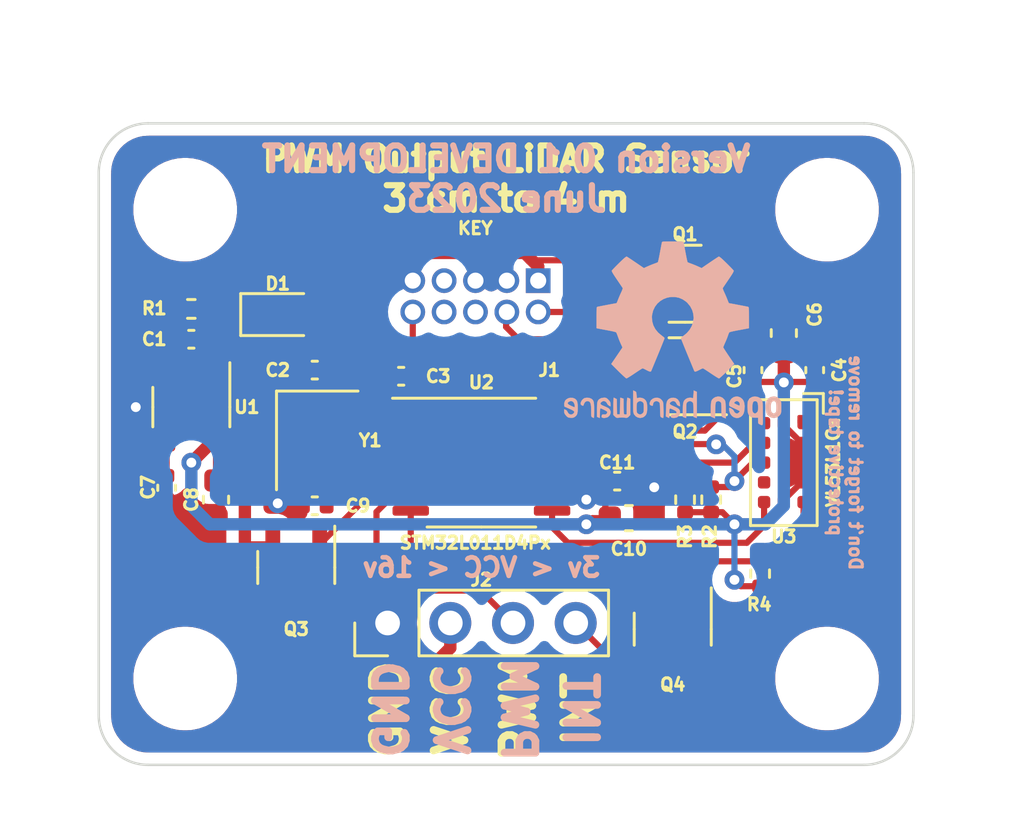
<source format=kicad_pcb>
(kicad_pcb (version 20211014) (generator pcbnew)
  (layers (0 "F.Cu" signal) (31 "B.Cu" signal) (34 "B.Paste" user) (35 "F.Paste" user) (36 "B.SilkS" user "B.Silkscreen") (37 "F.SilkS" user "F.Silkscreen") (38 "B.Mask" user) (39 "F.Mask" user) (44 "Edge.Cuts" user))
  (net 0 "")
  (net 1 "GND")
  (net 2 "RST")
  (net 3 "+3V3")
  (net 4 "+1V8")
  (net 5 "SCL")
  (net 6 "/CLK_A")
  (net 7 "/CLK_B")
  (net 8 "SWDIO")
  (net 9 "SWCLK")
  (net 10 "Net-(R1-Pad2)")
  (net 11 "SDA")
  (net 12 "SWDIO1V8")
  (net 13 "SWCLK1V8")
  (net 14 "XSHUT")
  (net 16 "INT")
  (net 17 "VCC")
  (net 18 "PWMOUT")
  (net 19 "INTOUT")
  (net 20 "INTOUT1V8")
  (net 21 "PWMOUT1V8")
  (net 22 "Net-(C7-Pad1)")
  (footprint "Capacitor_SMD:C_0402_1005Metric" (layer "F.Cu") (at 126.25 96 180)
    (fp_text reference "C2" (at 1.5 0) (layer "F.SilkS") (effects (font (size 0.5 0.5) (thickness 0.125))))
    (fp_text value "10 pF" hide)
    (pad "1" smd roundrect (at -0.48 0 180) (size 0.56 0.62) (layers "F.Cu" "F.Paste" "F.Mask") (net 1 "GND"))
    (pad "2" smd roundrect (at 0.48 0 180) (size 0.56 0.62) (layers "F.Cu" "F.Paste" "F.Mask") (net 6 "/CLK_A"))
  )
  (footprint "Capacitor_SMD:C_0402_1005Metric" (layer "F.Cu") (at 120.25 100.77 -90)
    (fp_text reference "C7" (at -0.02 0.75 90) (layer "F.SilkS") (effects (font (size 0.5 0.5) (thickness 0.125))))
    (fp_text value "10 nF" hide)
    (pad "1" smd roundrect (at -0.48 0 270) (size 0.56 0.62) (layers "F.Cu" "F.Paste" "F.Mask") (net 22 "Net-(C7-Pad1)"))
    (pad "2" smd roundrect (at 0.48 0 270) (size 0.56 0.62) (layers "F.Cu" "F.Paste" "F.Mask") (net 1 "GND"))
  )
  (footprint "Sensor_Distance:ST_VL53L1x" (layer "F.Cu") (at 145.25 99.75 -90)
    (fp_text reference "U3" (at 3 0) (layer "F.SilkS") (effects (font (size 0.5 0.5) (thickness 0.125))))
    (fp_text value "VL53L1CXV0FY1" hide)
    (pad "1" smd roundrect (at -1.74 -0.675 270) (size 0.38 0.25) (layers "F.Cu" "F.Paste" "F.Mask") (net 4 "+1V8"))
    (pad "1" smd roundrect (at -1.6 -0.8 270) (size 0.5 0.5) (layers "F.Cu" "F.Paste" "F.Mask") (net 4 "+1V8"))
    (pad "2" smd roundrect (at -0.8 -0.8 270) (size 0.5 0.5) (layers "F.Cu" "F.Paste" "F.Mask") (net 1 "GND"))
    (pad "3" smd roundrect (at 0 -0.8 270) (size 0.5 0.5) (layers "F.Cu" "F.Paste" "F.Mask") (net 1 "GND"))
    (pad "4" smd roundrect (at 0.8 -0.8 270) (size 0.5 0.5) (layers "F.Cu" "F.Paste" "F.Mask") (net 1 "GND"))
    (pad "5" smd roundrect (at 1.6 -0.8 270) (size 0.5 0.5) (layers "F.Cu" "F.Paste" "F.Mask") (net 14 "XSHUT"))
    (pad "6" smd roundrect (at 1.6 0 270) (size 0.5 0.5) (layers "F.Cu" "F.Paste" "F.Mask") (net 1 "GND"))
    (pad "7" smd roundrect (at 1.6 0.8 270) (size 0.5 0.5) (layers "F.Cu" "F.Paste" "F.Mask") (net 16 "INT"))
    (pad "8" smd roundrect (at 0.8 0.8 270) (size 0.5 0.5) (layers "F.Cu" "F.Paste" "F.Mask"))
    (pad "9" smd roundrect (at 0 0.8 270) (size 0.5 0.5) (layers "F.Cu" "F.Paste" "F.Mask") (net 11 "SDA"))
    (pad "10" smd roundrect (at -0.8 0.8 270) (size 0.5 0.5) (layers "F.Cu" "F.Paste" "F.Mask") (net 5 "SCL"))
    (pad "11" smd roundrect (at -1.6 0.8 270) (size 0.5 0.5) (layers "F.Cu" "F.Paste" "F.Mask") (net 4 "+1V8"))
    (pad "12" smd roundrect (at -1.6 0 270) (size 0.5 0.5) (layers "F.Cu" "F.Paste" "F.Mask") (net 1 "GND"))
  )
  (footprint "Connector_PinHeader_2.54mm:PinHeader_1x04_P2.54mm_Vertical" (layer "F.Cu") (at 129.2 106.25 90)
    (fp_text reference "J2" (at 1.75 3.8 180) (layer "F.SilkS") (effects (font (size 0.5 0.5) (thickness 0.125))))
    (fp_text value "Conn_01x04" hide)
    (pad "1" thru_hole rect (at 0 0 90) (size 1.7 1.7) (drill 1) (layers *.Cu *.Mask) (net 1 "GND"))
    (pad "2" thru_hole oval (at 0 2.54 90) (size 1.7 1.7) (drill 1) (layers *.Cu *.Mask) (net 17 "VCC"))
    (pad "3" thru_hole oval (at 0 5.08 90) (size 1.7 1.7) (drill 1) (layers *.Cu *.Mask) (net 18 "PWMOUT"))
    (pad "4" thru_hole oval (at 0 7.62 90) (size 1.7 1.7) (drill 1) (layers *.Cu *.Mask) (net 19 "INTOUT"))
  )
  (footprint "Resistor_SMD:R_0402_1005Metric" (layer "F.Cu") (at 142.306359 101.25 -90)
    (fp_text reference "R2" (at 1.5 0.056359 90) (layer "F.SilkS") (effects (font (size 0.5 0.5) (thickness 0.125))))
    (fp_text value "10k" hide)
    (pad "1" smd roundrect (at -0.51 0 270) (size 0.54 0.64) (layers "F.Cu" "F.Paste" "F.Mask") (net 11 "SDA"))
    (pad "2" smd roundrect (at 0.51 0 270) (size 0.54 0.64) (layers "F.Cu" "F.Paste" "F.Mask") (net 4 "+1V8"))
  )
  (footprint "Crystal:Crystal_SMD_3225-4Pin_3.2x2.5mm" (layer "F.Cu") (at 126.35 98.85 -90)
    (fp_text reference "Y1" (at 0 -2.15 180) (layer "F.SilkS") (effects (font (size 0.5 0.5) (thickness 0.125))))
    (fp_text value "16 MHz 9 pF" hide)
    (pad "1" smd rect (at -1.1 0.85 270) (size 1.4 1.2) (layers "F.Cu" "F.Paste" "F.Mask") (net 6 "/CLK_A"))
    (pad "2" smd rect (at 1.1 0.85 270) (size 1.4 1.2) (layers "F.Cu" "F.Paste" "F.Mask") (net 1 "GND"))
    (pad "3" smd rect (at 1.1 -0.85 270) (size 1.4 1.2) (layers "F.Cu" "F.Paste" "F.Mask") (net 7 "/CLK_B"))
    (pad "4" smd rect (at -1.1 -0.85 270) (size 1.4 1.2) (layers "F.Cu" "F.Paste" "F.Mask") (net 1 "GND"))
  )
  (footprint "Capacitor_SMD:C_0402_1005Metric" (layer "F.Cu") (at 146.5 96 90)
    (fp_text reference "C4" (at 0 1 90) (layer "F.SilkS") (effects (font (size 0.5 0.5) (thickness 0.125))))
    (fp_text value "0.1 uF" hide)
    (pad "1" smd roundrect (at -0.48 0 90) (size 0.56 0.62) (layers "F.Cu" "F.Paste" "F.Mask") (net 4 "+1V8"))
    (pad "2" smd roundrect (at 0.48 0 90) (size 0.56 0.62) (layers "F.Cu" "F.Paste" "F.Mask") (net 1 "GND"))
  )
  (footprint "Capacitor_SMD:C_0402_1005Metric" (layer "F.Cu") (at 144 96 90)
    (fp_text reference "C5" (at -0.25 -0.75 90) (layer "F.SilkS") (effects (font (size 0.5 0.5) (thickness 0.125))))
    (fp_text value "0.1 uF" hide)
    (pad "1" smd roundrect (at -0.48 0 90) (size 0.56 0.62) (layers "F.Cu" "F.Paste" "F.Mask") (net 4 "+1V8"))
    (pad "2" smd roundrect (at 0.48 0 90) (size 0.56 0.62) (layers "F.Cu" "F.Paste" "F.Mask") (net 1 "GND"))
  )
  (footprint "Capacitor_SMD:C_0402_1005Metric" (layer "F.Cu") (at 138.5 100.5 180)
    (fp_text reference "C11" (at 0 0.75) (layer "F.SilkS") (effects (font (size 0.5 0.5) (thickness 0.125))))
    (fp_text value "0.1 uF" hide)
    (pad "1" smd roundrect (at -0.48 0 180) (size 0.56 0.62) (layers "F.Cu" "F.Paste" "F.Mask") (net 1 "GND"))
    (pad "2" smd roundrect (at 0.48 0 180) (size 0.56 0.62) (layers "F.Cu" "F.Paste" "F.Mask") (net 4 "+1V8"))
  )
  (footprint "Capacitor_SMD:C_0402_1005Metric" (layer "F.Cu") (at 126.25 101.5 180)
    (fp_text reference "C9" (at -1.75 0) (layer "F.SilkS") (effects (font (size 0.5 0.5) (thickness 0.125))))
    (fp_text value "10 pF" hide)
    (pad "1" smd roundrect (at -0.48 0 180) (size 0.56 0.62) (layers "F.Cu" "F.Paste" "F.Mask") (net 7 "/CLK_B"))
    (pad "2" smd roundrect (at 0.48 0 180) (size 0.56 0.62) (layers "F.Cu" "F.Paste" "F.Mask") (net 1 "GND"))
  )
  (footprint "Resistor_SMD:R_0402_1005Metric" (layer "F.Cu") (at 141.25 101.25 90)
    (fp_text reference "R3" (at -1.5 0 270) (layer "F.SilkS") (effects (font (size 0.5 0.5) (thickness 0.125))))
    (fp_text value "10k" hide)
    (pad "1" smd roundrect (at -0.51 0 90) (size 0.54 0.64) (layers "F.Cu" "F.Paste" "F.Mask") (net 4 "+1V8"))
    (pad "2" smd roundrect (at 0.51 0 90) (size 0.54 0.64) (layers "F.Cu" "F.Paste" "F.Mask") (net 5 "SCL"))
  )
  (footprint "Connector_PinHeader_1.27mm:PinHeader_2x05_P1.27mm_Vertical" (layer "F.Cu") (at 135.3 92.375 -90)
    (fp_text reference "J1" (at 3.625 -0.45 180) (layer "F.SilkS") (effects (font (size 0.5 0.5) (thickness 0.125))))
    (fp_text value "Conn_02x05_Odd_Even" hide)
    (pad "1" thru_hole rect (at 0 0 270) (size 1 1) (drill 0.65) (layers *.Cu *.Mask) (net 3 "+3V3"))
    (pad "2" thru_hole oval (at 1.27 0 270) (size 1 1) (drill 0.65) (layers *.Cu *.Mask) (net 8 "SWDIO"))
    (pad "3" thru_hole oval (at 0 1.27 270) (size 1 1) (drill 0.65) (layers *.Cu *.Mask) (net 1 "GND"))
    (pad "4" thru_hole oval (at 1.27 1.27 270) (size 1 1) (drill 0.65) (layers *.Cu *.Mask) (net 9 "SWCLK"))
    (pad "5" thru_hole oval (at 0 2.54 270) (size 1 1) (drill 0.65) (layers *.Cu *.Mask) (net 1 "GND"))
    (pad "6" thru_hole oval (at 1.27 2.54 270) (size 1 1) (drill 0.65) (layers *.Cu *.Mask))
    (pad "7" thru_hole oval (at 0 3.81 270) (size 1 1) (drill 0.65) (layers *.Cu *.Mask))
    (pad "8" thru_hole oval (at 1.27 3.81 270) (size 1 1) (drill 0.65) (layers *.Cu *.Mask))
    (pad "9" thru_hole oval (at 0 5.08 270) (size 1 1) (drill 0.65) (layers *.Cu *.Mask) (net 1 "GND"))
    (pad "10" thru_hole oval (at 1.27 5.08 270) (size 1 1) (drill 0.65) (layers *.Cu *.Mask) (net 2 "RST"))
  )
  (footprint "Capacitor_SMD:C_0603_1608Metric" (layer "F.Cu") (at 138.975 102 180)
    (fp_text reference "C10" (at 0 -1.25) (layer "F.SilkS") (effects (font (size 0.5 0.5) (thickness 0.125))))
    (fp_text value "4.7 uF" hide)
    (pad "1" smd roundrect (at -0.775 0 180) (size 0.9 0.95) (layers "F.Cu" "F.Paste" "F.Mask") (net 1 "GND"))
    (pad "2" smd roundrect (at 0.775 0 180) (size 0.9 0.95) (layers "F.Cu" "F.Paste" "F.Mask") (net 4 "+1V8"))
  )
  (footprint "Capacitor_SMD:C_0402_1005Metric" (layer "F.Cu") (at 129.75 96.25)
    (fp_text reference "C3" (at 1.5 0) (layer "F.SilkS") (effects (font (size 0.5 0.5) (thickness 0.125))))
    (fp_text value "0.1 uF" hide)
    (pad "1" smd roundrect (at -0.48 0) (size 0.56 0.62) (layers "F.Cu" "F.Paste" "F.Mask") (net 1 "GND"))
    (pad "2" smd roundrect (at 0.48 0) (size 0.56 0.62) (layers "F.Cu" "F.Paste" "F.Mask") (net 2 "RST"))
  )
  (footprint "Diode_SMD:D_SOD-323F" (layer "F.Cu") (at 124.75 93.75)
    (fp_text reference "D1" (at 0 -1.25) (layer "F.SilkS") (effects (font (size 0.5 0.5) (thickness 0.125))))
    (fp_text value "D_Schottky" hide)
    (pad "1" smd rect (at -1.1 0) (size 0.5 0.5) (layers "F.Cu" "F.Paste" "F.Mask") (net 17 "VCC"))
    (pad "2" smd rect (at 1.1 0) (size 0.5 0.5) (layers "F.Cu" "F.Paste" "F.Mask") (net 3 "+3V3"))
  )
  (footprint "Capacitor_SMD:C_0603_1608Metric" (layer "F.Cu") (at 122.25 101.25 -90)
    (fp_text reference "C8" (at 0 1 90) (layer "F.SilkS") (effects (font (size 0.5 0.5) (thickness 0.125))))
    (fp_text value "4.7 uF" hide)
    (pad "1" smd roundrect (at -0.775 0 270) (size 0.9 0.95) (layers "F.Cu" "F.Paste" "F.Mask") (net 4 "+1V8"))
    (pad "2" smd roundrect (at 0.775 0 270) (size 0.9 0.95) (layers "F.Cu" "F.Paste" "F.Mask") (net 1 "GND"))
  )
  (footprint "MountingHole:MountingHole_3.2mm_M3" (layer "F.Cu") (at 121 108.5)
    (fp_text reference "REF**" hide)
    (fp_text value "MountingHole_3.2mm_M3" hide)
    (pad "" np_thru_hole circle (at 0 0) (size 3.2 3.2) (drill 3.2) (layers *.Cu *.Mask))
  )
  (footprint "MountingHole:MountingHole_3.2mm_M3" (layer "F.Cu") (at 121 89.5)
    (fp_text reference "REF**" hide)
    (fp_text value "MountingHole_3.2mm_M3" hide)
    (pad "" np_thru_hole circle (at 0 0) (size 3.2 3.2) (drill 3.2) (layers *.Cu *.Mask))
  )
  (footprint "Package_TO_SOT_SMD:SOT-23" (layer "F.Cu") (at 141.25 96.25 180)
    (fp_text reference "Q2" (at 0 -2.25) (layer "F.SilkS") (effects (font (size 0.5 0.5) (thickness 0.125))))
    (fp_text value "BSS138" hide)
    (pad "1" smd roundrect (at -0.9375 -0.95 180) (size 1.475 0.6) (layers "F.Cu" "F.Paste" "F.Mask") (net 13 "SWCLK1V8"))
    (pad "2" smd roundrect (at -0.9375 0.95 180) (size 1.475 0.6) (layers "F.Cu" "F.Paste" "F.Mask") (net 3 "+3V3"))
    (pad "3" smd roundrect (at 0.9375 0 180) (size 1.475 0.6) (layers "F.Cu" "F.Paste" "F.Mask") (net 9 "SWCLK"))
  )
  (footprint "MountingHole:MountingHole_3.2mm_M3" (layer "F.Cu") (at 147 108.5)
    (fp_text reference "REF**" hide)
    (fp_text value "MountingHole_3.2mm_M3" hide)
    (pad "" np_thru_hole circle (at 0 0) (size 3.2 3.2) (drill 3.2) (layers *.Cu *.Mask))
  )
  (footprint "Capacitor_SMD:C_0603_1608Metric" (layer "F.Cu") (at 145.25 94.5 90)
    (fp_text reference "C6" (at 0.75 1.25 90) (layer "F.SilkS") (effects (font (size 0.5 0.5) (thickness 0.125))))
    (fp_text value "4.7 uF" hide)
    (pad "1" smd roundrect (at -0.775 0 90) (size 0.9 0.95) (layers "F.Cu" "F.Paste" "F.Mask") (net 4 "+1V8"))
    (pad "2" smd roundrect (at 0.775 0 90) (size 0.9 0.95) (layers "F.Cu" "F.Paste" "F.Mask") (net 1 "GND"))
  )
  (footprint "Resistor_SMD:R_0402_1005Metric" (layer "F.Cu") (at 121.25 93.52 180)
    (fp_text reference "R1" (at 1.5 0.02) (layer "F.SilkS") (effects (font (size 0.5 0.5) (thickness 0.125))))
    (fp_text value "10k" hide)
    (pad "1" smd roundrect (at -0.51 0 180) (size 0.54 0.64) (layers "F.Cu" "F.Paste" "F.Mask") (net 17 "VCC"))
    (pad "2" smd roundrect (at 0.51 0 180) (size 0.54 0.64) (layers "F.Cu" "F.Paste" "F.Mask") (net 10 "Net-(R1-Pad2)"))
  )
  (footprint "Package_TO_SOT_SMD:SOT-23" (layer "F.Cu") (at 141.25 92.5 180)
    (fp_text reference "Q1" (at 0 2) (layer "F.SilkS") (effects (font (size 0.5 0.5) (thickness 0.125))))
    (fp_text value "BSS138" hide)
    (pad "1" smd roundrect (at -0.9375 -0.95 180) (size 1.475 0.6) (layers "F.Cu" "F.Paste" "F.Mask") (net 12 "SWDIO1V8"))
    (pad "2" smd roundrect (at -0.9375 0.95 180) (size 1.475 0.6) (layers "F.Cu" "F.Paste" "F.Mask") (net 3 "+3V3"))
    (pad "3" smd roundrect (at 0.9375 0 180) (size 1.475 0.6) (layers "F.Cu" "F.Paste" "F.Mask") (net 8 "SWDIO"))
  )
  (footprint "MountingHole:MountingHole_3.2mm_M3" (layer "F.Cu") (at 147 89.5)
    (fp_text reference "REF**" hide)
    (fp_text value "MountingHole_3.2mm_M3" hide)
    (pad "" np_thru_hole circle (at 0 0) (size 3.2 3.2) (drill 3.2) (layers *.Cu *.Mask))
  )
  (footprint "Resistor_SMD:R_0402_1005Metric" (layer "F.Cu") (at 144.29 104.25 90)
    (fp_text reference "R4" (at -1.25 -0.04 180) (layer "F.SilkS") (effects (font (size 0.5 0.5) (thickness 0.125))))
    (fp_text value "10k" hide)
    (pad "1" smd roundrect (at -0.51 0 90) (size 0.54 0.64) (layers "F.Cu" "F.Paste" "F.Mask") (net 4 "+1V8"))
    (pad "2" smd roundrect (at 0.51 0 90) (size 0.54 0.64) (layers "F.Cu" "F.Paste" "F.Mask") (net 14 "XSHUT"))
  )
  (footprint "Package_TO_SOT_SMD:SOT-23" (layer "F.Cu") (at 125.5 104 -90)
    (fp_text reference "Q3" (at 2.5 0 180) (layer "F.SilkS") (effects (font (size 0.5 0.5) (thickness 0.125))))
    (fp_text value "BSS138" hide)
    (pad "1" smd roundrect (at -0.9375 -0.95 270) (size 1.475 0.6) (layers "F.Cu" "F.Paste" "F.Mask") (net 21 "PWMOUT1V8"))
    (pad "2" smd roundrect (at -0.9375 0.95 270) (size 1.475 0.6) (layers "F.Cu" "F.Paste" "F.Mask") (net 17 "VCC"))
    (pad "3" smd roundrect (at 0.9375 0 270) (size 1.475 0.6) (layers "F.Cu" "F.Paste" "F.Mask") (net 18 "PWMOUT"))
  )
  (footprint "Package_TO_SOT_SMD:SOT-23" (layer "F.Cu") (at 140.75 106.5 -90)
    (fp_text reference "Q4" (at 2.25 0 180) (layer "F.SilkS") (effects (font (size 0.5 0.5) (thickness 0.125))))
    (fp_text value "BSS138" hide)
    (pad "1" smd roundrect (at -0.9375 -0.95 270) (size 1.475 0.6) (layers "F.Cu" "F.Paste" "F.Mask") (net 20 "INTOUT1V8"))
    (pad "2" smd roundrect (at -0.9375 0.95 270) (size 1.475 0.6) (layers "F.Cu" "F.Paste" "F.Mask") (net 17 "VCC"))
    (pad "3" smd roundrect (at 0.9375 0 270) (size 1.475 0.6) (layers "F.Cu" "F.Paste" "F.Mask") (net 19 "INTOUT"))
  )
  (footprint "Package_TO_SOT_SMD:SOT-23-5" (layer "F.Cu") (at 121.25 97.5 -90)
    (fp_text reference "U1" (at 0 -2.25 180) (layer "F.SilkS") (effects (font (size 0.5 0.5) (thickness 0.125))))
    (fp_text value "LP2985-1.8" hide)
    (pad "1" smd roundrect (at -1.1375 -0.95 270) (size 1.325 0.6) (layers "F.Cu" "F.Paste" "F.Mask") (net 17 "VCC"))
    (pad "2" smd roundrect (at -1.1375 0 270) (size 1.325 0.6) (layers "F.Cu" "F.Paste" "F.Mask") (net 1 "GND"))
    (pad "3" smd roundrect (at -1.1375 0.95 270) (size 1.325 0.6) (layers "F.Cu" "F.Paste" "F.Mask") (net 10 "Net-(R1-Pad2)"))
    (pad "4" smd roundrect (at 1.1375 0.95 270) (size 1.325 0.6) (layers "F.Cu" "F.Paste" "F.Mask") (net 22 "Net-(C7-Pad1)"))
    (pad "5" smd roundrect (at 1.1375 -0.95 270) (size 1.325 0.6) (layers "F.Cu" "F.Paste" "F.Mask") (net 4 "+1V8"))
  )
  (footprint "Package_SO:TSSOP-14_4.4x5mm_P0.65mm" (layer "F.Cu") (at 133 99.75)
    (fp_text reference "U2" (at 0 -3.25) (layer "F.SilkS") (effects (font (size 0.5 0.5) (thickness 0.125))))
    (fp_text value "STM32L011D4Px" hide)
    (pad "1" smd roundrect (at -2.8625 -1.95) (size 1.475 0.4) (layers "F.Cu" "F.Paste" "F.Mask"))
    (pad "2" smd roundrect (at -2.8625 -1.3) (size 1.475 0.4) (layers "F.Cu" "F.Paste" "F.Mask") (net 6 "/CLK_A"))
    (pad "3" smd roundrect (at -2.8625 -0.65) (size 1.475 0.4) (layers "F.Cu" "F.Paste" "F.Mask") (net 7 "/CLK_B"))
    (pad "4" smd roundrect (at -2.8625 0) (size 1.475 0.4) (layers "F.Cu" "F.Paste" "F.Mask") (net 2 "RST"))
    (pad "5" smd roundrect (at -2.8625 0.65) (size 1.475 0.4) (layers "F.Cu" "F.Paste" "F.Mask") (net 21 "PWMOUT1V8"))
    (pad "6" smd roundrect (at -2.8625 1.3) (size 1.475 0.4) (layers "F.Cu" "F.Paste" "F.Mask") (net 20 "INTOUT1V8"))
    (pad "7" smd roundrect (at -2.8625 1.95) (size 1.475 0.4) (layers "F.Cu" "F.Paste" "F.Mask") (net 14 "XSHUT"))
    (pad "8" smd roundrect (at 2.8625 1.95) (size 1.475 0.4) (layers "F.Cu" "F.Paste" "F.Mask") (net 16 "INT"))
    (pad "9" smd roundrect (at 2.8625 1.3) (size 1.475 0.4) (layers "F.Cu" "F.Paste" "F.Mask") (net 1 "GND"))
    (pad "10" smd roundrect (at 2.8625 0.65) (size 1.475 0.4) (layers "F.Cu" "F.Paste" "F.Mask") (net 4 "+1V8"))
    (pad "11" smd roundrect (at 2.8625 0) (size 1.475 0.4) (layers "F.Cu" "F.Paste" "F.Mask") (net 5 "SCL"))
    (pad "12" smd roundrect (at 2.8625 -0.65) (size 1.475 0.4) (layers "F.Cu" "F.Paste" "F.Mask") (net 11 "SDA"))
    (pad "13" smd roundrect (at 2.8625 -1.3) (size 1.475 0.4) (layers "F.Cu" "F.Paste" "F.Mask") (net 12 "SWDIO1V8"))
    (pad "14" smd roundrect (at 2.8625 -1.95) (size 1.475 0.4) (layers "F.Cu" "F.Paste" "F.Mask") (net 13 "SWCLK1V8"))
  )
  (footprint "Capacitor_SMD:C_0402_1005Metric" (layer "F.Cu") (at 121.25 94.75 180)
    (fp_text reference "C1" (at 1.5 0) (layer "F.SilkS") (effects (font (size 0.5 0.5) (thickness 0.125))))
    (fp_text value "1 uF" hide)
    (pad "1" smd roundrect (at -0.48 0 180) (size 0.56 0.62) (layers "F.Cu" "F.Paste" "F.Mask") (net 17 "VCC"))
    (pad "2" smd roundrect (at 0.48 0 180) (size 0.56 0.62) (layers "F.Cu" "F.Paste" "F.Mask") (net 1 "GND"))
  )
  (footprint "Symbol:OSHW-Logo2_9.8x8mm_SilkScreen" (layer "B.Cu") (at 140.75 94.5 180)
    (fp_text reference "REF**" hide)
    (fp_text value "OSHW-Logo2_9.8x8mm_SilkScreen" hide)
  )
  (gr_arc (start 148.5 86) (mid 149.914214 86.585786) (end 150.5 88) (layer "Edge.Cuts") (width 0.1))
  (gr_line (start 148.5 86) (end 119.5 86) (layer "Edge.Cuts") (width 0.1))
  (gr_arc (start 119.5 112) (mid 118.085786 111.414214) (end 117.5 110) (layer "Edge.Cuts") (width 0.1))
  (gr_line (start 119.5 112) (end 148.5 112) (layer "Edge.Cuts") (width 0.1))
  (gr_line (start 117.5 88) (end 117.5 110) (layer "Edge.Cuts") (width 0.1))
  (gr_line (start 150.5 110) (end 150.5 88) (layer "Edge.Cuts") (width 0.1))
  (gr_arc (start 117.5 88) (mid 118.085786 86.585786) (end 119.5 86) (layer "Edge.Cuts") (width 0.1))
  (gr_arc (start 150.5 110) (mid 149.914214 111.414214) (end 148.5 112) (layer "Edge.Cuts") (width 0.1))
  (gr_text "3v < VCC < 16v" (at 133 104) (layer "B.SilkS") (effects (font (size 0.75 0.75) (thickness 0.1875)) (justify mirror)))
  (gr_text "GND" (at 129.25 109.75 -90) (layer "B.SilkS") (effects (font (size 1.25 1.25) (thickness 0.3125)) (justify mirror)))
  (gr_text "PWM" (at 134.5 109.75 -90) (layer "B.SilkS") (effects (font (size 1.25 1.25) (thickness 0.3125)) (justify mirror)))
  (gr_text "Don't forget to remove\nprotective tape!" (at 147.75 99.75 -90) (layer "B.SilkS") (effects (font (size 0.5 0.5) (thickness 0.125)) (justify mirror)))
  (gr_text "INT" (at 137 109.75 -90) (layer "B.SilkS") (effects (font (size 1.25 1.25) (thickness 0.3125)) (justify mirror)))
  (gr_text "VCC" (at 131.75 109.75 -90) (layer "B.SilkS") (effects (font (size 1.25 1.25) (thickness 0.3125)) (justify mirror)))
  (gr_text "Version 0.1 DEVELOPMENT\nJune 2023" (at 134 88.25) (layer "B.SilkS") (effects (font (size 1 1) (thickness 0.25)) (justify mirror)))
  (gr_text "KEY" (at 132.75 90.25) (layer "F.SilkS") (effects (font (size 0.5 0.5) (thickness 0.125))))
  (gr_text "GND" (at 129.25 109.75 90) (layer "F.SilkS") (effects (font (size 1.25 1.25) (thickness 0.3125))))
  (gr_text "PWM" (at 134.5 109.75 90) (layer "F.SilkS") (effects (font (size 1.25 1.25) (thickness 0.3125))))
  (gr_text "INT" (at 137 109.75 90) (layer "F.SilkS") (effects (font (size 1.25 1.25) (thickness 0.3125))))
  (gr_text "STM32L011D4Px" (at 132.75 103) (layer "F.SilkS") (effects (font (size 0.5 0.5) (thickness 0.125))))
  (gr_text "PWM Output LiDAR Sensor\n3 cm to 4 m" (at 134 88.25) (layer "F.SilkS") (effects (font (size 1 1) (thickness 0.25))))
  (gr_text "VL53L1Cx" (at 147.25 99.75 90) (layer "F.SilkS") (effects (font (size 0.5 0.5) (thickness 0.125))))
  (gr_text "VCC" (at 131.75 109.75 90) (layer "F.SilkS") (effects (font (size 1.25 1.25) (thickness 0.3125))))
  (segment (start 137.05 101.05) (end 137.25 101.25) (width 0.25) (layer "F.Cu") (net 1))
  (segment (start 145.25 98.236396) (end 145.963604 98.95) (width 0.25) (layer "F.Cu") (net 1))
  (segment (start 120.496751 97.5) (end 119 97.5) (width 0.25) (layer "F.Cu") (net 1))
  (segment (start 124.75 100.7) (end 125.5 99.95) (width 0.25) (layer "F.Cu") (net 1))
  (segment (start 124.75 101.4005) (end 124.75 100.7) (width 0.25) (layer "F.Cu") (net 1))
  (segment (start 121.125 96.2375) (end 121.125 95.105) (width 0.25) (layer "F.Cu") (net 1))
  (segment (start 124.8495 101.5) (end 124.75 101.4005) (width 0.25) (layer "F.Cu") (net 1))
  (segment (start 144 94.975) (end 145.25 93.725) (width 0.25) (layer "F.Cu") (net 1))
  (segment (start 125.77 101.5) (end 124.8495 101.5) (width 0.25) (layer "F.Cu") (net 1))
  (segment (start 121.125 95.105) (end 120.77 94.75) (width 0.25) (layer "F.Cu") (net 1))
  (segment (start 121.25 96.746751) (end 120.496751 97.5) (width 0.25) (layer "F.Cu") (net 1))
  (segment (start 135.8625 101.05) (end 137.05 101.05) (width 0.25) (layer "F.Cu") (net 1))
  (segment (start 145.25 101.263604) (end 145.963604 100.55) (width 0.25) (layer "F.Cu") (net 1))
  (segment (start 144 95.52) (end 144 94.975) (width 0.25) (layer "F.Cu") (net 1))
  (via (at 137.25 101.25) (size 0.8) (drill 0.4) (layers "F.Cu" "B.Cu") (net 1))
  (via (at 119 97.5) (size 0.8) (drill 0.4) (layers "F.Cu" "B.Cu") (net 1))
  (via (at 140 100.75) (size 0.8) (drill 0.4) (layers "F.Cu" "B.Cu") (net 1))
  (via (at 124.75 101.4005) (size 0.8) (drill 0.4) (layers "F.Cu" "B.Cu") (net 1))
  (segment (start 131.25 99.326041) (end 130.826041 99.75) (width 0.25) (layer "F.Cu") (net 2))
  (segment (start 131.25 97.27) (end 131.25 99.326041) (width 0.25) (layer "F.Cu") (net 2))
  (segment (start 130.826041 99.75) (end 130.1375 99.75) (width 0.25) (layer "F.Cu") (net 2))
  (segment (start 130.23 96.25) (end 131.25 97.27) (width 0.25) (layer "F.Cu") (net 2))
  (segment (start 130.22 93.645) (end 130.22 96.24) (width 0.25) (layer "F.Cu") (net 2))
  (segment (start 142.1875 91.55) (end 135.05 91.55) (width 0.25) (layer "F.Cu") (net 3))
  (segment (start 129 92.25) (end 130 91.25) (width 0.5) (layer "F.Cu") (net 3))
  (segment (start 125.85 93.75) (end 128.5 93.75) (width 0.5) (layer "F.Cu") (net 3))
  (segment (start 135 91.5) (end 135.3 91.8) (width 0.5) (layer "F.Cu") (net 3))
  (segment (start 134.75 91.25) (end 135 91.5) (width 0.5) (layer "F.Cu") (net 3))
  (segment (start 142.1875 91.55) (end 142.1875 92.040749) (width 0.25) (layer "F.Cu") (net 3))
  (segment (start 142.1875 92.040749) (end 141.125 93.103249) (width 0.25) (layer "F.Cu") (net 3))
  (segment (start 135.05 91.55) (end 135 91.5) (width 0.25) (layer "F.Cu") (net 3))
  (segment (start 141.125 94.2375) (end 142.1875 95.3) (width 0.25) (layer "F.Cu") (net 3))
  (segment (start 141.125 93.103249) (end 141.125 94.2375) (width 0.25) (layer "F.Cu") (net 3))
  (segment (start 128.5 93.75) (end 129 93.25) (width 0.5) (layer "F.Cu") (net 3))
  (segment (start 135.3 91.8) (end 135.3 92.375) (width 0.5) (layer "F.Cu") (net 3))
  (segment (start 129 93.25) (end 129 92.25) (width 0.5) (layer "F.Cu") (net 3))
  (segment (start 130 91.25) (end 134.75 91.25) (width 0.5) (layer "F.Cu") (net 3))
  (segment (start 142.306359 101.76) (end 142.76 101.76) (width 0.25) (layer "F.Cu") (net 4))
  (segment (start 143.51 104.76) (end 143.25 104.5) (width 0.25) (layer "F.Cu") (net 4))
  (segment (start 146.5 97.7) (end 146.05 98.15) (width 0.25) (layer "F.Cu") (net 4))
  (segment (start 145.27 96.48) (end 145.25 96.5) (width 0.25) (layer "F.Cu") (net 4))
  (segment (start 122.2 98.8) (end 121.25 99.75) (width 0.5) (layer "F.Cu") (net 4))
  (segment (start 144.29 104.76) (end 143.51 104.76) (width 0.25) (layer "F.Cu") (net 4))
  (segment (start 135.9625 100.5) (end 135.8625 100.4) (width 0.25) (layer "F.Cu") (net 4))
  (segment (start 146.5 96.48) (end 146.5 97.7) (width 0.25) (layer "F.Cu") (net 4))
  (segment (start 145.25 96.5) (end 145.25 95.275) (width 0.5) (layer "F.Cu") (net 4))
  (segment (start 137.5 102) (end 137.25 102.25) (width 0.25) (layer "F.Cu") (net 4))
  (segment (start 138.02 100.5) (end 135.9625 100.5) (width 0.25) (layer "F.Cu") (net 4))
  (segment (start 144 97.7) (end 144 96.48) (width 0.25) (layer "F.Cu") (net 4))
  (segment (start 146.5 96.48) (end 145.27 96.48) (width 0.25) (layer "F.Cu") (net 4))
  (segment (start 145.23 96.48) (end 145.25 96.5) (width 0.25) (layer "F.Cu") (net 4))
  (segment (start 144 96.48) (end 145.23 96.48) (width 0.25) (layer "F.Cu") (net 4))
  (segment (start 142.76 101.76) (end 143.25 102.25) (width 0.25) (layer "F.Cu") (net 4))
  (segment (start 138.225 102) (end 137.5 102) (width 0.25) (layer "F.Cu") (net 4))
  (segment (start 122.25 100.475) (end 122.25 98.6875) (width 0.25) (layer "F.Cu") (net 4))
  (segment (start 144 97.7) (end 144.45 98.15) (width 0.25) (layer "F.Cu") (net 4))
  (segment (start 141.25 101.76) (end 142.306359 101.76) (width 0.25) (layer "F.Cu") (net 4))
  (segment (start 138.02 100.5) (end 138.02 101.795) (width 0.25) (layer "F.Cu") (net 4))
  (via (at 145.25 96.5) (size 0.8) (drill 0.4) (layers "F.Cu" "B.Cu") (net 4))
  (via (at 143.25 102.25) (size 0.8) (drill 0.4) (layers "F.Cu" "B.Cu") (net 4))
  (via (at 143.25 104.5) (size 0.8) (drill 0.4) (layers "F.Cu" "B.Cu") (net 4))
  (via (at 121.25 99.75) (size 0.8) (drill 0.4) (layers "F.Cu" "B.Cu") (net 4))
  (via (at 137.25 102.25) (size 0.8) (drill 0.4) (layers "F.Cu" "B.Cu") (net 4))
  (segment (start 143.25 102.25) (end 144.5 102.25) (width 0.5) (layer "B.Cu") (net 4))
  (segment (start 144.5 102.25) (end 145.25 101.5) (width 0.5) (layer "B.Cu") (net 4))
  (segment (start 142 102.25) (end 143.25 102.25) (width 0.5) (layer "B.Cu") (net 4))
  (segment (start 122 102.25) (end 137.25 102.25) (width 0.5) (layer "B.Cu") (net 4))
  (segment (start 143.25 104.5) (end 143.25 102.25) (width 0.25) (layer "B.Cu") (net 4))
  (segment (start 121.25 101.5) (end 122 102.25) (width 0.5) (layer "B.Cu") (net 4))
  (segment (start 121.25 99.75) (end 121.25 101.5) (width 0.5) (layer "B.Cu") (net 4))
  (segment (start 137.25 102.25) (end 142 102.25) (width 0.5) (layer "B.Cu") (net 4))
  (segment (start 145.25 101.5) (end 145.25 96.5) (width 0.5) (layer "B.Cu") (net 4))
  (segment (start 135.8625 99.75) (end 141.25 99.75) (width 0.25) (layer "F.Cu") (net 5))
  (segment (start 141.25 100.74) (end 141.25 99.75) (width 0.25) (layer "F.Cu") (net 5))
  (segment (start 144.05 98.95) (end 144.45 98.95) (width 0.25) (layer "F.Cu") (net 5))
  (segment (start 141.25 99.75) (end 143.25 99.75) (width 0.25) (layer "F.Cu") (net 5))
  (segment (start 143.25 99.75) (end 144.05 98.95) (width 0.25) (layer "F.Cu") (net 5))
  (segment (start 129.4 98.45) (end 130.1375 98.45) (width 0.25) (layer "F.Cu") (net 6))
  (segment (start 126.275 98.775) (end 129.075 98.775) (width 0.25) (layer "F.Cu") (net 6))
  (segment (start 125.77 96) (end 125.77 97.48) (width 0.25) (layer "F.Cu") (net 6))
  (segment (start 125.5 98) (end 126.275 98.775) (width 0.25) (layer "F.Cu") (net 6))
  (segment (start 129.075 98.775) (end 129.4 98.45) (width 0.25) (layer "F.Cu") (net 6))
  (segment (start 127.2 99.95) (end 128.53569 99.95) (width 0.25) (layer "F.Cu") (net 7))
  (segment (start 126.73 101.5) (end 126.73 100.42) (width 0.25) (layer "F.Cu") (net 7))
  (segment (start 129.38569 99.1) (end 130.1375 99.1) (width 0.25) (layer "F.Cu") (net 7))
  (segment (start 128.53569 99.95) (end 129.38569 99.1) (width 0.25) (layer "F.Cu") (net 7))
  (segment (start 140.3125 92.5) (end 139.1675 93.645) (width 0.25) (layer "F.Cu") (net 8))
  (segment (start 139.1675 93.645) (end 135.3 93.645) (width 0.25) (layer "F.Cu") (net 8))
  (segment (start 134 93.675) (end 134.03 93.645) (width 0.25) (layer "F.Cu") (net 9))
  (segment (start 139.25 94.75) (end 134.5 94.75) (width 0.25) (layer "F.Cu") (net 9))
  (segment (start 140.3125 95.8125) (end 139.25 94.75) (width 0.25) (layer "F.Cu") (net 9))
  (segment (start 134 94.25) (end 134 93.675) (width 0.25) (layer "F.Cu") (net 9))
  (segment (start 140.3125 96.25) (end 140.3125 95.8125) (width 0.25) (layer "F.Cu") (net 9))
  (segment (start 134.5 94.75) (end 134 94.25) (width 0.25) (layer "F.Cu") (net 9))
  (segment (start 120.165 96.2275) (end 120.165 94.095) (width 0.25) (layer "F.Cu") (net 10))
  (segment (start 120.165 94.095) (end 120.74 93.52) (width 0.25) (layer "F.Cu") (net 10))
  (segment (start 135.8625 99.1) (end 135.9625 99) (width 0.25) (layer "F.Cu") (net 11))
  (segment (start 143.25 100.5) (end 144 99.75) (width 0.25) (layer "F.Cu") (net 11))
  (segment (start 144 99.75) (end 144.45 99.75) (width 0.25) (layer "F.Cu") (net 11))
  (segment (start 135.9625 99) (end 142.498049 99) (width 0.25) (layer "F.Cu") (net 11))
  (segment (start 142.498049 99) (end 142.508781 99.010732) (width 0.25) (layer "F.Cu") (net 11))
  (segment (start 142.306359 100.74) (end 143.01 100.74) (width 0.25) (layer "F.Cu") (net 11))
  (segment (start 143.01 100.74) (end 143.25 100.5) (width 0.25) (layer "F.Cu") (net 11))
  (via (at 142.508781 99.010732) (size 0.8) (drill 0.4) (layers "F.Cu" "B.Cu") (net 11))
  (via (at 143.25 100.5) (size 0.8) (drill 0.4) (layers "F.Cu" "B.Cu") (net 11))
  (segment (start 143.25 99.5) (end 142.760732 99.010732) (width 0.25) (layer "B.Cu") (net 11))
  (segment (start 142.760732 99.010732) (end 142.508781 99.010732) (width 0.25) (layer "B.Cu") (net 11))
  (segment (start 143.25 100.5) (end 143.25 99.5) (width 0.25) (layer "B.Cu") (net 11))
  (segment (start 135.8625 98.45) (end 142.05 98.45) (width 0.25) (layer "F.Cu") (net 12))
  (segment (start 142.2 93.45) (end 142.1875 93.45) (width 0.25) (layer "F.Cu") (net 12))
  (segment (start 142.675 97.825) (end 142.971751 97.825) (width 0.25) (layer "F.Cu") (net 12))
  (segment (start 143.25 94.5) (end 142.2 93.45) (width 0.25) (layer "F.Cu") (net 12))
  (segment (start 142.971751 97.825) (end 143.25 97.546751) (width 0.25) (layer "F.Cu") (net 12))
  (segment (start 142.05 98.45) (end 142.675 97.825) (width 0.25) (layer "F.Cu") (net 12))
  (segment (start 143.25 97.546751) (end 143.25 94.5) (width 0.25) (layer "F.Cu") (net 12))
  (segment (start 141.5875 97.8) (end 142.1875 97.2) (width 0.25) (layer "F.Cu") (net 13))
  (segment (start 135.8625 97.8) (end 141.5875 97.8) (width 0.25) (layer "F.Cu") (net 13))
  (segment (start 144.29 103.74) (end 144.01 103.74) (width 0.25) (layer "F.Cu") (net 14))
  (segment (start 145.76 103.74) (end 144.29 103.74) (width 0.25) (layer "F.Cu") (net 14))
  (segment (start 130.5 103.75) (end 130.1375 103.3875) (width 0.25) (layer "F.Cu") (net 14))
  (segment (start 144 103.75) (end 130.5 103.75) (width 0.25) (layer "F.Cu") (net 14))
  (segment (start 146.05 103.45) (end 145.76 103.74) (width 0.25) (layer "F.Cu") (net 14))
  (segment (start 130.1375 103.3875) (end 130.1375 101.7) (width 0.25) (layer "F.Cu") (net 14))
  (segment (start 146.05 101.35) (end 146.05 103.45) (width 0.25) (layer "F.Cu") (net 14))
  (segment (start 144.01 103.74) (end 144 103.75) (width 0.25) (layer "F.Cu") (net 14))
  (segment (start 136.5 103) (end 135.8625 102.3625) (width 0.25) (layer "F.Cu") (net 16))
  (segment (start 144.45 101.35) (end 144.45 102.3) (width 0.25) (layer "F.Cu") (net 16))
  (segment (start 144.45 102.3) (end 143.75 103) (width 0.25) (layer "F.Cu") (net 16))
  (segment (start 135.8625 102.3625) (end 135.8625 101.7) (width 0.25) (layer "F.Cu") (net 16))
  (segment (start 143.75 103) (end 136.5 103) (width 0.25) (layer "F.Cu") (net 16))
  (segment (start 130 108) (end 131 108) (width 0.5) (layer "F.Cu") (net 17))
  (segment (start 141.5 106.771751) (end 141.5 108.5) (width 0.25) (layer "F.Cu") (net 17))
  (segment (start 124.55 103.0625) (end 123.4375 103.0625) (width 0.25) (layer "F.Cu") (net 17))
  (segment (start 122.7 94.7) (end 123.65 93.75) (width 0.5) (layer "F.Cu") (net 17))
  (segment (start 139.8 105.5625) (end 140.290749 105.5625) (width 0.25) (layer "F.Cu") (net 17))
  (segment (start 123.41875 106.91875) (end 123.41875 103.08125) (width 0.5) (layer "F.Cu") (net 17))
  (segment (start 122.2 95.2) (end 122.7 94.7) (width 0.5) (layer "F.Cu") (net 17))
  (segment (start 130 108.25) (end 130 108) (width 0.25) (layer "F.Cu") (net 17))
  (segment (start 131.74 107.26) (end 131.74 106.25) (width 0.5) (layer "F.Cu") (net 17))
  (segment (start 124.5 108) (end 123.41875 106.91875) (width 0.5) (layer "F.Cu") (net 17))
  (segment (start 122.2 96.3625) (end 123.41875 97.58125) (width 0.5) (layer "F.Cu") (net 17))
  (segment (start 123.4375 103.0625) (end 123.41875 103.08125) (width 0.25) (layer "F.Cu") (net 17))
  (segment (start 141.5 108.5) (end 141 109) (width 0.25) (layer "F.Cu") (net 17))
  (segment (start 123.41875 103.08125) (end 123.41875 97.58125) (width 0.5) (layer "F.Cu") (net 17))
  (segment (start 121.73 94.75) (end 121.73 93.55) (width 0.25) (layer "F.Cu") (net 17))
  (segment (start 122.65 94.75) (end 122.7 94.7) (width 0.25) (layer "F.Cu") (net 17))
  (segment (start 130.75 109) (end 130 108.25) (width 0.25) (layer "F.Cu") (net 17))
  (segment (start 131 108) (end 131.74 107.26) (width 0.5) (layer "F.Cu") (net 17))
  (segment (start 122.2 96.3625) (end 122.2 95.2) (width 0.5) (layer "F.Cu") (net 17))
  (segment (start 140.290749 105.5625) (end 141.5 106.771751) (width 0.25) (layer "F.Cu") (net 17))
  (segment (start 124.5 108) (end 130 108) (width 0.5) (layer "F.Cu") (net 17))
  (segment (start 121.73 94.75) (end 122.65 94.75) (width 0.25) (layer "F.Cu") (net 17))
  (segment (start 141 109) (end 130.75 109) (width 0.25) (layer "F.Cu") (net 17))
  (segment (start 132.9675 104.9375) (end 134.28 106.25) (width 0.25) (layer "F.Cu") (net 18))
  (segment (start 125.5 104.9375) (end 132.9675 104.9375) (width 0.25) (layer "F.Cu") (net 18))
  (segment (start 140.75 107.4375) (end 138.0075 107.4375) (width 0.25) (layer "F.Cu") (net 19))
  (segment (start 138.0075 107.4375) (end 136.82 106.25) (width 0.25) (layer "F.Cu") (net 19))
  (segment (start 128.75 103.5) (end 128.75 101.748959) (width 0.25) (layer "F.Cu") (net 20))
  (segment (start 129.448959 101.05) (end 130.1375 101.05) (width 0.25) (layer "F.Cu") (net 20))
  (segment (start 141.7 105.5625) (end 140.3875 104.25) (width 0.25) (layer "F.Cu") (net 20))
  (segment (start 129.5 104.25) (end 128.75 103.5) (width 0.25) (layer "F.Cu") (net 20))
  (segment (start 140.3875 104.25) (end 129.5 104.25) (width 0.25) (layer "F.Cu") (net 20))
  (segment (start 128.75 101.748959) (end 129.448959 101.05) (width 0.25) (layer "F.Cu") (net 20))
  (segment (start 129.1125 100.4) (end 126.45 103.0625) (width 0.25) (layer "F.Cu") (net 21))
  (segment (start 130.1375 100.4) (end 129.1125 100.4) (width 0.25) (layer "F.Cu") (net 21))
  (segment (start 120.25 100.29) (end 120.25 98.6875) (width 0.25) (layer "F.Cu") (net 22))
  (zone (net 1) (net_name "GND") (layers F&B.Cu) (connect_pads yes (clearance 0.5)) (min_thickness 0.5) (fill yes (thermal_gap 0.508) (thermal_bridge_width 0.508) (island_removal_mode 2) (island_area_min 50))
    (polygon (pts (xy 155 114.75) (xy 113.5 114.75) (xy 113.5 81) (xy 155 81)))
  )
)
</source>
